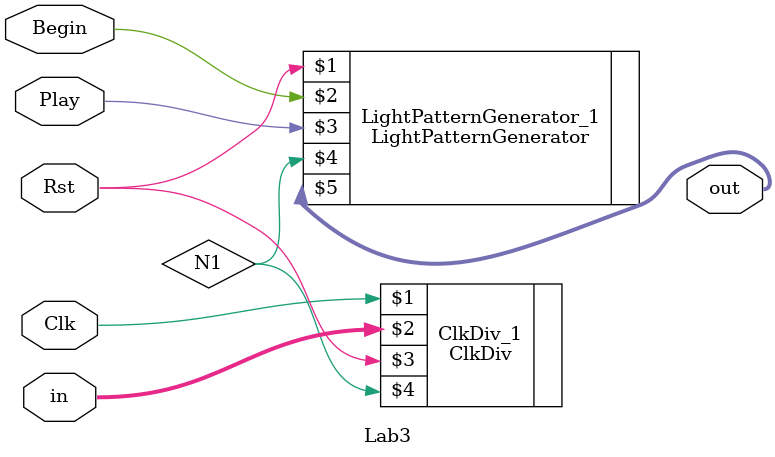
<source format=v>
`timescale 1ns / 1ns


module Lab3(Clk, in, Rst, Play, Begin, out);
    input Clk, Rst, Play, Begin;
    input [3:0] in;
    output [7:0] out;
    wire N1;

    ClkDiv ClkDiv_1(Clk, in, Rst, N1);
    //ButtonSync ButtonSync_1(Play, N1, PlayOut);
    LightPatternGenerator LightPatternGenerator_1(Rst, Begin, Play, N1, out);
    
endmodule

</source>
